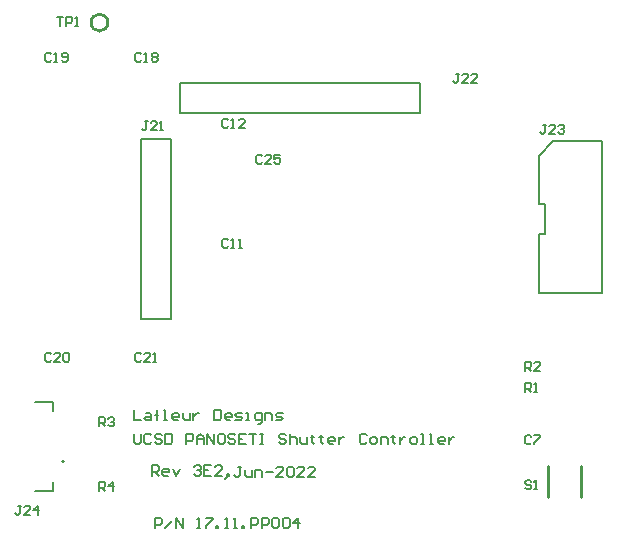
<source format=gto>
G04*
G04 #@! TF.GenerationSoftware,Altium Limited,Altium Designer,19.1.8 (144)*
G04*
G04 Layer_Color=65535*
%FSLAX25Y25*%
%MOIN*%
G70*
G01*
G75*
%ADD10C,0.00787*%
%ADD11C,0.01000*%
%ADD12C,0.00500*%
%ADD13C,0.00984*%
%ADD14C,0.00600*%
D10*
X21216Y26664D02*
G03*
X21216Y26664I-394J0D01*
G01*
X57008Y74159D02*
Y134159D01*
X47008Y74159D02*
Y134159D01*
Y74159D02*
X57008D01*
X47008Y134159D02*
X57008D01*
X179461Y112694D02*
X181461D01*
X179528Y102694D02*
X181461D01*
Y112694D01*
X179461D02*
Y128694D01*
X184256Y133490D01*
X200591D01*
Y82899D02*
Y133490D01*
X179528Y82899D02*
X200591D01*
X179528D02*
Y102694D01*
X140000Y143017D02*
Y153017D01*
X60000Y143017D02*
X140000D01*
X60000D02*
Y153017D01*
X140000D01*
D11*
X35800Y173025D02*
G03*
X35800Y173025I-2800J0D01*
G01*
D12*
X11374Y17018D02*
X17476D01*
Y19971D01*
X11374Y46546D02*
X17476D01*
Y43593D02*
Y46546D01*
X87199Y128399D02*
X86699Y128899D01*
X85700D01*
X85200Y128399D01*
Y126400D01*
X85700Y125900D01*
X86699D01*
X87199Y126400D01*
X90198Y125900D02*
X88199D01*
X90198Y127899D01*
Y128399D01*
X89699Y128899D01*
X88699D01*
X88199Y128399D01*
X93197Y128899D02*
X91198D01*
Y127400D01*
X92198Y127899D01*
X92698D01*
X93197Y127400D01*
Y126400D01*
X92698Y125900D01*
X91698D01*
X91198Y126400D01*
X176999Y20024D02*
X176499Y20524D01*
X175500D01*
X175000Y20024D01*
Y19524D01*
X175500Y19025D01*
X176499D01*
X176999Y18525D01*
Y18025D01*
X176499Y17525D01*
X175500D01*
X175000Y18025D01*
X177999Y17525D02*
X178999D01*
X178499D01*
Y20524D01*
X177999Y20024D01*
X181999Y139024D02*
X181000D01*
X181500D01*
Y136525D01*
X181000Y136025D01*
X180500D01*
X180000Y136525D01*
X184998Y136025D02*
X182999D01*
X184998Y138024D01*
Y138524D01*
X184499Y139024D01*
X183499D01*
X182999Y138524D01*
X185998D02*
X186498Y139024D01*
X187498D01*
X187997Y138524D01*
Y138024D01*
X187498Y137524D01*
X186998D01*
X187498D01*
X187997Y137025D01*
Y136525D01*
X187498Y136025D01*
X186498D01*
X185998Y136525D01*
X19000Y175024D02*
X20999D01*
X20000D01*
Y172025D01*
X21999D02*
Y175024D01*
X23499D01*
X23998Y174524D01*
Y173524D01*
X23499Y173025D01*
X21999D01*
X24998Y172025D02*
X25998D01*
X25498D01*
Y175024D01*
X24998Y174524D01*
X33000Y38500D02*
Y41499D01*
X34499D01*
X34999Y40999D01*
Y39999D01*
X34499Y39500D01*
X33000D01*
X34000D02*
X34999Y38500D01*
X35999Y40999D02*
X36499Y41499D01*
X37499D01*
X37998Y40999D01*
Y40499D01*
X37499Y39999D01*
X36999D01*
X37499D01*
X37998Y39500D01*
Y39000D01*
X37499Y38500D01*
X36499D01*
X35999Y39000D01*
X33000Y17000D02*
Y19999D01*
X34499D01*
X34999Y19499D01*
Y18499D01*
X34499Y18000D01*
X33000D01*
X34000D02*
X34999Y17000D01*
X37499D02*
Y19999D01*
X35999Y18499D01*
X37998D01*
X175000Y57025D02*
Y60024D01*
X176499D01*
X176999Y59524D01*
Y58525D01*
X176499Y58025D01*
X175000D01*
X176000D02*
X176999Y57025D01*
X179998D02*
X177999D01*
X179998Y59024D01*
Y59524D01*
X179499Y60024D01*
X178499D01*
X177999Y59524D01*
X175000Y50025D02*
Y53024D01*
X176499D01*
X176999Y52524D01*
Y51525D01*
X176499Y51025D01*
X175000D01*
X176000D02*
X176999Y50025D01*
X177999D02*
X178999D01*
X178499D01*
Y53024D01*
X177999Y52524D01*
X152999Y156024D02*
X152000D01*
X152499D01*
Y153525D01*
X152000Y153025D01*
X151500D01*
X151000Y153525D01*
X155998Y153025D02*
X153999D01*
X155998Y155024D01*
Y155524D01*
X155499Y156024D01*
X154499D01*
X153999Y155524D01*
X158997Y153025D02*
X156998D01*
X158997Y155024D01*
Y155524D01*
X158498Y156024D01*
X157498D01*
X156998Y155524D01*
X49099Y140099D02*
X48100D01*
X48599D01*
Y137600D01*
X48100Y137100D01*
X47600D01*
X47100Y137600D01*
X52098Y137100D02*
X50099D01*
X52098Y139099D01*
Y139599D01*
X51599Y140099D01*
X50599D01*
X50099Y139599D01*
X53098Y137100D02*
X54098D01*
X53598D01*
Y140099D01*
X53098Y139599D01*
X6999Y12024D02*
X6000D01*
X6499D01*
Y9525D01*
X6000Y9025D01*
X5500D01*
X5000Y9525D01*
X9998Y9025D02*
X7999D01*
X9998Y11024D01*
Y11524D01*
X9499Y12024D01*
X8499D01*
X7999Y11524D01*
X12498Y9025D02*
Y12024D01*
X10998Y10525D01*
X12997D01*
X46999Y62524D02*
X46499Y63024D01*
X45500D01*
X45000Y62524D01*
Y60525D01*
X45500Y60025D01*
X46499D01*
X46999Y60525D01*
X49998Y60025D02*
X47999D01*
X49998Y62024D01*
Y62524D01*
X49499Y63024D01*
X48499D01*
X47999Y62524D01*
X50998Y60025D02*
X51998D01*
X51498D01*
Y63024D01*
X50998Y62524D01*
X16999D02*
X16499Y63024D01*
X15500D01*
X15000Y62524D01*
Y60525D01*
X15500Y60025D01*
X16499D01*
X16999Y60525D01*
X19998Y60025D02*
X17999D01*
X19998Y62024D01*
Y62524D01*
X19499Y63024D01*
X18499D01*
X17999Y62524D01*
X20998D02*
X21498Y63024D01*
X22498D01*
X22997Y62524D01*
Y60525D01*
X22498Y60025D01*
X21498D01*
X20998Y60525D01*
Y62524D01*
X16999Y162524D02*
X16499Y163024D01*
X15500D01*
X15000Y162524D01*
Y160525D01*
X15500Y160025D01*
X16499D01*
X16999Y160525D01*
X17999Y160025D02*
X18999D01*
X18499D01*
Y163024D01*
X17999Y162524D01*
X20498Y160525D02*
X20998Y160025D01*
X21998D01*
X22498Y160525D01*
Y162524D01*
X21998Y163024D01*
X20998D01*
X20498Y162524D01*
Y162024D01*
X20998Y161524D01*
X22498D01*
X46999Y162524D02*
X46499Y163024D01*
X45500D01*
X45000Y162524D01*
Y160525D01*
X45500Y160025D01*
X46499D01*
X46999Y160525D01*
X47999Y160025D02*
X48999D01*
X48499D01*
Y163024D01*
X47999Y162524D01*
X50498D02*
X50998Y163024D01*
X51998D01*
X52498Y162524D01*
Y162024D01*
X51998Y161524D01*
X52498Y161025D01*
Y160525D01*
X51998Y160025D01*
X50998D01*
X50498Y160525D01*
Y161025D01*
X50998Y161524D01*
X50498Y162024D01*
Y162524D01*
X50998Y161524D02*
X51998D01*
X75999Y140524D02*
X75499Y141024D01*
X74500D01*
X74000Y140524D01*
Y138525D01*
X74500Y138025D01*
X75499D01*
X75999Y138525D01*
X76999Y138025D02*
X77999D01*
X77499D01*
Y141024D01*
X76999Y140524D01*
X81498Y138025D02*
X79498D01*
X81498Y140024D01*
Y140524D01*
X80998Y141024D01*
X79998D01*
X79498Y140524D01*
X75999Y100524D02*
X75499Y101024D01*
X74500D01*
X74000Y100524D01*
Y98525D01*
X74500Y98025D01*
X75499D01*
X75999Y98525D01*
X76999Y98025D02*
X77999D01*
X77499D01*
Y101024D01*
X76999Y100524D01*
X79498Y98025D02*
X80498D01*
X79998D01*
Y101024D01*
X79498Y100524D01*
X176999Y35024D02*
X176499Y35524D01*
X175500D01*
X175000Y35024D01*
Y33025D01*
X175500Y32525D01*
X176499D01*
X176999Y33025D01*
X177999Y35524D02*
X179998D01*
Y35024D01*
X177999Y33025D01*
Y32525D01*
D13*
X193512Y14907D02*
Y25143D01*
X182488Y14907D02*
Y25143D01*
D14*
X51500Y4500D02*
Y7999D01*
X53249D01*
X53833Y7416D01*
Y6249D01*
X53249Y5666D01*
X51500D01*
X54999Y4500D02*
X57331Y6833D01*
X58498Y4500D02*
Y7999D01*
X60830Y4500D01*
Y7999D01*
X65496Y4500D02*
X66662D01*
X66079D01*
Y7999D01*
X65496Y7416D01*
X68411Y7999D02*
X70744D01*
Y7416D01*
X68411Y5083D01*
Y4500D01*
X71910D02*
Y5083D01*
X72493D01*
Y4500D01*
X71910D01*
X74826D02*
X75992D01*
X75409D01*
Y7999D01*
X74826Y7416D01*
X77741Y4500D02*
X78908D01*
X78325D01*
Y7999D01*
X77741Y7416D01*
X80657Y4500D02*
Y5083D01*
X81240D01*
Y4500D01*
X80657D01*
X83573D02*
Y7999D01*
X85322D01*
X85905Y7416D01*
Y6249D01*
X85322Y5666D01*
X83573D01*
X87072Y4500D02*
Y7999D01*
X88821D01*
X89404Y7416D01*
Y6249D01*
X88821Y5666D01*
X87072D01*
X90571Y7416D02*
X91154Y7999D01*
X92320D01*
X92903Y7416D01*
Y5083D01*
X92320Y4500D01*
X91154D01*
X90571Y5083D01*
Y7416D01*
X94070D02*
X94653Y7999D01*
X95819D01*
X96402Y7416D01*
Y5083D01*
X95819Y4500D01*
X94653D01*
X94070Y5083D01*
Y7416D01*
X99318Y4500D02*
Y7999D01*
X97568Y6249D01*
X99901D01*
X44500Y43999D02*
Y40500D01*
X46833D01*
X48582Y42833D02*
X49748D01*
X50331Y42249D01*
Y40500D01*
X48582D01*
X47999Y41083D01*
X48582Y41666D01*
X50331D01*
X52081Y40500D02*
Y43416D01*
Y42249D01*
X51498D01*
X52664D01*
X52081D01*
Y43416D01*
X52664Y43999D01*
X54413Y40500D02*
X55580D01*
X54997D01*
Y43999D01*
X54413D01*
X59079Y40500D02*
X57912D01*
X57329Y41083D01*
Y42249D01*
X57912Y42833D01*
X59079D01*
X59662Y42249D01*
Y41666D01*
X57329D01*
X60828Y42833D02*
Y41083D01*
X61411Y40500D01*
X63161D01*
Y42833D01*
X64327D02*
Y40500D01*
Y41666D01*
X64910Y42249D01*
X65493Y42833D01*
X66076D01*
X71325Y43999D02*
Y40500D01*
X73074D01*
X73657Y41083D01*
Y43416D01*
X73074Y43999D01*
X71325D01*
X76573Y40500D02*
X75407D01*
X74823Y41083D01*
Y42249D01*
X75407Y42833D01*
X76573D01*
X77156Y42249D01*
Y41666D01*
X74823D01*
X78322Y40500D02*
X80072D01*
X80655Y41083D01*
X80072Y41666D01*
X78905D01*
X78322Y42249D01*
X78905Y42833D01*
X80655D01*
X81821Y40500D02*
X82988D01*
X82404D01*
Y42833D01*
X81821D01*
X85903Y39334D02*
X86486D01*
X87070Y39917D01*
Y42833D01*
X85320D01*
X84737Y42249D01*
Y41083D01*
X85320Y40500D01*
X87070D01*
X88236D02*
Y42833D01*
X89985D01*
X90568Y42249D01*
Y40500D01*
X91735D02*
X93484D01*
X94067Y41083D01*
X93484Y41666D01*
X92318D01*
X91735Y42249D01*
X92318Y42833D01*
X94067D01*
X50500Y22000D02*
Y25499D01*
X52249D01*
X52833Y24916D01*
Y23749D01*
X52249Y23166D01*
X50500D01*
X51666D02*
X52833Y22000D01*
X55748D02*
X54582D01*
X53999Y22583D01*
Y23749D01*
X54582Y24333D01*
X55748D01*
X56331Y23749D01*
Y23166D01*
X53999D01*
X57498Y24333D02*
X58664Y22000D01*
X59830Y24333D01*
X64495Y24916D02*
X65079Y25499D01*
X66245D01*
X66828Y24916D01*
Y24333D01*
X66245Y23749D01*
X65662D01*
X66245D01*
X66828Y23166D01*
Y22583D01*
X66245Y22000D01*
X65079D01*
X64495Y22583D01*
X70327Y25499D02*
X67994D01*
Y22000D01*
X70327D01*
X67994Y23749D02*
X69161D01*
X73826Y22000D02*
X71493D01*
X73826Y24333D01*
Y24916D01*
X73243Y25499D01*
X72076D01*
X71493Y24916D01*
X75575Y21417D02*
X76158Y22000D01*
Y22583D01*
X75575D01*
Y22000D01*
X76158D01*
X75575Y21417D01*
X74992Y20834D01*
X44500Y35999D02*
Y33083D01*
X45083Y32500D01*
X46249D01*
X46833Y33083D01*
Y35999D01*
X50331Y35416D02*
X49748Y35999D01*
X48582D01*
X47999Y35416D01*
Y33083D01*
X48582Y32500D01*
X49748D01*
X50331Y33083D01*
X53830Y35416D02*
X53247Y35999D01*
X52081D01*
X51498Y35416D01*
Y34833D01*
X52081Y34249D01*
X53247D01*
X53830Y33666D01*
Y33083D01*
X53247Y32500D01*
X52081D01*
X51498Y33083D01*
X54997Y35999D02*
Y32500D01*
X56746D01*
X57329Y33083D01*
Y35416D01*
X56746Y35999D01*
X54997D01*
X61994Y32500D02*
Y35999D01*
X63744D01*
X64327Y35416D01*
Y34249D01*
X63744Y33666D01*
X61994D01*
X65493Y32500D02*
Y34833D01*
X66659Y35999D01*
X67826Y34833D01*
Y32500D01*
Y34249D01*
X65493D01*
X68992Y32500D02*
Y35999D01*
X71325Y32500D01*
Y35999D01*
X74240D02*
X73074D01*
X72491Y35416D01*
Y33083D01*
X73074Y32500D01*
X74240D01*
X74823Y33083D01*
Y35416D01*
X74240Y35999D01*
X78322Y35416D02*
X77739Y35999D01*
X76573D01*
X75990Y35416D01*
Y34833D01*
X76573Y34249D01*
X77739D01*
X78322Y33666D01*
Y33083D01*
X77739Y32500D01*
X76573D01*
X75990Y33083D01*
X81821Y35999D02*
X79489D01*
Y32500D01*
X81821D01*
X79489Y34249D02*
X80655D01*
X82988Y35999D02*
X85320D01*
X84154D01*
Y32500D01*
X86486Y35999D02*
X87653D01*
X87070D01*
Y32500D01*
X86486D01*
X87653D01*
X95234Y35416D02*
X94651Y35999D01*
X93484D01*
X92901Y35416D01*
Y34833D01*
X93484Y34249D01*
X94651D01*
X95234Y33666D01*
Y33083D01*
X94651Y32500D01*
X93484D01*
X92901Y33083D01*
X96400Y35999D02*
Y32500D01*
Y34249D01*
X96983Y34833D01*
X98149D01*
X98733Y34249D01*
Y32500D01*
X99899Y34833D02*
Y33083D01*
X100482Y32500D01*
X102231D01*
Y34833D01*
X103981Y35416D02*
Y34833D01*
X103398D01*
X104564D01*
X103981D01*
Y33083D01*
X104564Y32500D01*
X106896Y35416D02*
Y34833D01*
X106313D01*
X107480D01*
X106896D01*
Y33083D01*
X107480Y32500D01*
X110978D02*
X109812D01*
X109229Y33083D01*
Y34249D01*
X109812Y34833D01*
X110978D01*
X111562Y34249D01*
Y33666D01*
X109229D01*
X112728Y34833D02*
Y32500D01*
Y33666D01*
X113311Y34249D01*
X113894Y34833D01*
X114477D01*
X122058Y35416D02*
X121475Y35999D01*
X120309D01*
X119726Y35416D01*
Y33083D01*
X120309Y32500D01*
X121475D01*
X122058Y33083D01*
X123808Y32500D02*
X124974D01*
X125557Y33083D01*
Y34249D01*
X124974Y34833D01*
X123808D01*
X123225Y34249D01*
Y33083D01*
X123808Y32500D01*
X126723D02*
Y34833D01*
X128473D01*
X129056Y34249D01*
Y32500D01*
X130805Y35416D02*
Y34833D01*
X130222D01*
X131389D01*
X130805D01*
Y33083D01*
X131389Y32500D01*
X133138Y34833D02*
Y32500D01*
Y33666D01*
X133721Y34249D01*
X134304Y34833D01*
X134887D01*
X137220Y32500D02*
X138386D01*
X138970Y33083D01*
Y34249D01*
X138386Y34833D01*
X137220D01*
X136637Y34249D01*
Y33083D01*
X137220Y32500D01*
X140136D02*
X141302D01*
X140719D01*
Y35999D01*
X140136D01*
X143052Y32500D02*
X144218D01*
X143635D01*
Y35999D01*
X143052D01*
X147717Y32500D02*
X146550D01*
X145967Y33083D01*
Y34249D01*
X146550Y34833D01*
X147717D01*
X148300Y34249D01*
Y33666D01*
X145967D01*
X149466Y34833D02*
Y32500D01*
Y33666D01*
X150049Y34249D01*
X150632Y34833D01*
X151216D01*
X80333Y24999D02*
X79166D01*
X79749D01*
Y22083D01*
X79166Y21500D01*
X78583D01*
X78000Y22083D01*
X81499Y23833D02*
Y22083D01*
X82082Y21500D01*
X83831D01*
Y23833D01*
X84998Y21500D02*
Y23833D01*
X86747D01*
X87330Y23249D01*
Y21500D01*
X88497Y23249D02*
X90829D01*
X94328Y21500D02*
X91996D01*
X94328Y23833D01*
Y24416D01*
X93745Y24999D01*
X92579D01*
X91996Y24416D01*
X95494D02*
X96078Y24999D01*
X97244D01*
X97827Y24416D01*
Y22083D01*
X97244Y21500D01*
X96078D01*
X95494Y22083D01*
Y24416D01*
X101326Y21500D02*
X98993D01*
X101326Y23833D01*
Y24416D01*
X100743Y24999D01*
X99576D01*
X98993Y24416D01*
X104825Y21500D02*
X102492D01*
X104825Y23833D01*
Y24416D01*
X104242Y24999D01*
X103075D01*
X102492Y24416D01*
M02*

</source>
